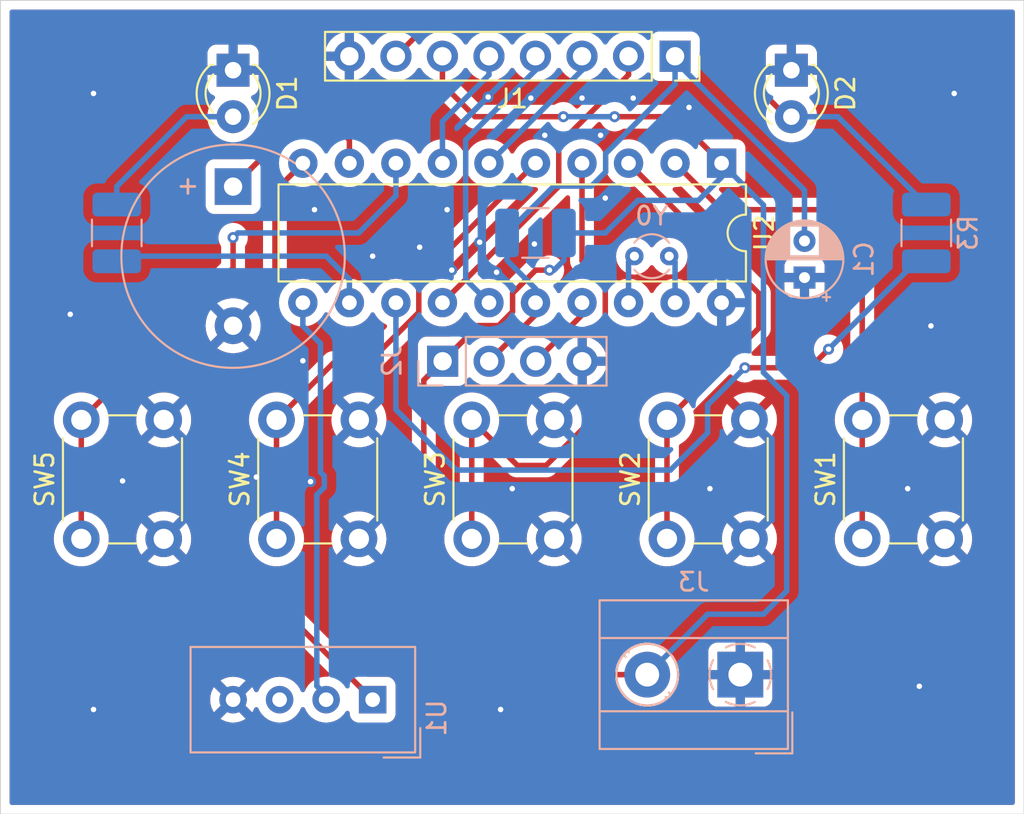
<source format=kicad_pcb>
(kicad_pcb (version 20221018) (generator pcbnew)
  (layers (0 "F.Cu" signal) (31 "B.Cu" signal) (34 "B.Paste" user) (35 "F.Paste" user) (36 "B.SilkS" user "B.Silkscreen") (37 "F.SilkS" user "F.Silkscreen") (38 "B.Mask" user) (39 "F.Mask" user) (44 "Edge.Cuts" user))
  (net 0 "")
  (net 1 "Net-(BZ1--)")
  (net 2 "-BATT")
  (net 3 "RST")
  (net 4 "Net-(D1-A)")
  (net 5 "LIGHT")
  (net 6 "CE")
  (net 7 "DC")
  (net 8 "DIN")
  (net 9 "CLK")
  (net 10 "+BATT")
  (net 11 "Net-(J2-Pin_3)")
  (net 12 "Net-(U2-P2.4{slash}TA1.2)")
  (net 13 "Net-(U2-P2.5{slash}TA1.2)")
  (net 14 "Net-(U2-TA0CLK{slash}ACLK{slash}CA0{slash}A0{slash}P1.0)")
  (net 15 "Net-(U2-UCA0RXD{slash}UCA0SOMI{slash}TA0.0{slash}CA1{slash}A1{slash}P1.1)")
  (net 16 "Net-(U2-UCA0TXD{slash}UCA0SIMO{slash}TA0.1{slash}CA2{slash}A2{slash}P1.2)")
  (net 17 "Net-(U2-CAOUT{slash}VREF-{slash}VeREF-{slash}CA3{slash}A3{slash}P1.3)")
  (net 18 "P2.0")
  (net 19 "P2.2")
  (net 20 "P2.3")
  (net 22 "Net-(U2-P2.7{slash}XOUT)")
  (net 23 "Net-(U2-P2.6{slash}XIN{slash}TA0.1)")
  (footprint "Button_Switch_THT:SW_PUSH_6mm" (layer "F.Cu") (at 160.8492 104.342 90)
    (fp_text reference "SW2" (at 3.25 -2 90) (layer "F.SilkS"))
    (fp_text value "SW_Push")
    (fp_line (start -0.25 1.5) (end -0.25 3) (stroke (width 0.12)) (layer "F.SilkS"))
    (fp_line (start 1 5.5) (end 5.5 5.5) (stroke (width 0.12)) (layer "F.SilkS"))
    (fp_line (start 5.5 -1) (end 1 -1) (stroke (width 0.12)) (layer "F.SilkS"))
    (fp_line (start 6.75 3) (end 6.75 1.5) (stroke (width 0.12)) (layer "F.SilkS"))
    (pad "1" thru_hole circle (at 0 0 180) (size 2 2) (drill 1.1) (layers "*.Cu" "*.Mask") (net 15 "Net-(U2-UCA0RXD{slash}UCA0SOMI{slash}TA0.0{slash}CA1{slash}A1{slash}P1.1)"))
    (pad "1" thru_hole circle (at 6.5 0 180) (size 2 2) (drill 1.1) (layers "*.Cu" "*.Mask") (net 15 "Net-(U2-UCA0RXD{slash}UCA0SOMI{slash}TA0.0{slash}CA1{slash}A1{slash}P1.1)"))
    (pad "2" thru_hole circle (at 0 4.5 180) (size 2 2) (drill 1.1) (layers "*.Cu" "*.Mask") (net 2 "-BATT"))
    (pad "2" thru_hole circle (at 6.5 4.5 180) (size 2 2) (drill 1.1) (layers "*.Cu" "*.Mask") (net 2 "-BATT"))
  )
  (footprint "Button_Switch_THT:SW_PUSH_6mm" (layer "F.Cu") (at 171.5082 104.342 90)
    (fp_text reference "SW1" (at 3.25 -2 90) (layer "F.SilkS"))
    (fp_text value "SW_Push")
    (fp_line (start -0.25 1.5) (end -0.25 3) (stroke (width 0.12)) (layer "F.SilkS"))
    (fp_line (start 1 5.5) (end 5.5 5.5) (stroke (width 0.12)) (layer "F.SilkS"))
    (fp_line (start 5.5 -1) (end 1 -1) (stroke (width 0.12)) (layer "F.SilkS"))
    (fp_line (start 6.75 3) (end 6.75 1.5) (stroke (width 0.12)) (layer "F.SilkS"))
    (pad "1" thru_hole circle (at 0 0 180) (size 2 2) (drill 1.1) (layers "*.Cu" "*.Mask") (net 14 "Net-(U2-TA0CLK{slash}ACLK{slash}CA0{slash}A0{slash}P1.0)"))
    (pad "1" thru_hole circle (at 6.5 0 180) (size 2 2) (drill 1.1) (layers "*.Cu" "*.Mask") (net 14 "Net-(U2-TA0CLK{slash}ACLK{slash}CA0{slash}A0{slash}P1.0)"))
    (pad "2" thru_hole circle (at 0 4.5 180) (size 2 2) (drill 1.1) (layers "*.Cu" "*.Mask") (net 2 "-BATT"))
    (pad "2" thru_hole circle (at 6.5 4.5 180) (size 2 2) (drill 1.1) (layers "*.Cu" "*.Mask") (net 2 "-BATT"))
  )
  (footprint "LED_THT:LED_D3.0mm" (layer "F.Cu") (at 167.64 78.74 -90)
    (fp_text reference "D2" (at 1.27 -2.96 90) (layer "F.SilkS"))
    (fp_text value "LED")
    (fp_line (start -0.29 -1.236) (end -0.29 -1.08) (stroke (width 0.12)) (layer "F.SilkS"))
    (fp_line (start -0.29 1.08) (end -0.29 1.236) (stroke (width 0.12)) (layer "F.SilkS"))
    (fp_arc (start -0.29 -1.235516) (mid 1.366487 -1.987659) (end 2.942335 -1.078608) (stroke (width 0.12)) (layer "F.SilkS"))
    (fp_arc (start 0.229039 -1.08) (mid 1.270117 -1.5) (end 2.31113 -1.079837) (stroke (width 0.12)) (layer "F.SilkS"))
    (fp_arc (start 2.31113 1.079837) (mid 1.270117 1.5) (end 0.229039 1.08) (stroke (width 0.12)) (layer "F.SilkS"))
    (fp_arc (start 2.942335 1.078608) (mid 1.366487 1.987659) (end -0.29 1.235516) (stroke (width 0.12)) (layer "F.SilkS"))
    (pad "1" thru_hole rect (at 0 0 270) (size 1.8 1.8) (drill 0.9) (layers "*.Cu" "*.Mask") (net 2 "-BATT"))
    (pad "2" thru_hole circle (at 2.54 0 270) (size 1.8 1.8) (drill 0.9) (layers "*.Cu" "*.Mask") (net 5 "LIGHT"))
  )
  (footprint "Connector_PinSocket_2.54mm:PinSocket_1x08_P2.54mm_Vertical" (layer "F.Cu") (at 161.29 77.978 -90)
    (fp_text reference "J1" (at 2.321571 8.89) (layer "F.SilkS"))
    (fp_text value "Conn01x08")
    (fp_line (start -1.33 1.27) (end -1.33 19.11) (stroke (width 0.12)) (layer "F.SilkS"))
    (fp_line (start -1.33 1.27) (end 1.33 1.27) (stroke (width 0.12)) (layer "F.SilkS"))
    (fp_line (start -1.33 19.11) (end 1.33 19.11) (stroke (width 0.12)) (layer "F.SilkS"))
    (fp_line (start 0 -1.33) (end 1.33 -1.33) (stroke (width 0.12)) (layer "F.SilkS"))
    (fp_line (start 1.33 -1.33) (end 1.33 0) (stroke (width 0.12)) (layer "F.SilkS"))
    (fp_line (start 1.33 1.27) (end 1.33 19.11) (stroke (width 0.12)) (layer "F.SilkS"))
    (pad "1" thru_hole rect (at 0 0 270) (size 1.7 1.7) (drill 1) (layers "*.Cu" "*.Mask") (net 3 "RST"))
    (pad "2" thru_hole oval (at 0 2.54 270) (size 1.7 1.7) (drill 1) (layers "*.Cu" "*.Mask") (net 6 "CE"))
    (pad "3" thru_hole oval (at 0 5.08 270) (size 1.7 1.7) (drill 1) (layers "*.Cu" "*.Mask") (net 7 "DC"))
    (pad "4" thru_hole oval (at 0 7.62 270) (size 1.7 1.7) (drill 1) (layers "*.Cu" "*.Mask") (net 8 "DIN"))
    (pad "5" thru_hole oval (at 0 10.16 270) (size 1.7 1.7) (drill 1) (layers "*.Cu" "*.Mask") (net 9 "CLK"))
    (pad "6" thru_hole oval (at 0 12.7 270) (size 1.7 1.7) (drill 1) (layers "*.Cu" "*.Mask") (net 10 "+BATT"))
    (pad "7" thru_hole oval (at 0 15.24 270) (size 1.7 1.7) (drill 1) (layers "*.Cu" "*.Mask") (net 5 "LIGHT"))
    (pad "8" thru_hole oval (at 0 17.78 270) (size 1.7 1.7) (drill 1) (layers "*.Cu" "*.Mask") (net 2 "-BATT"))
  )
  (footprint "Button_Switch_THT:SW_PUSH_6mm" (layer "F.Cu") (at 139.5312 104.342 90)
    (fp_text reference "SW4" (at 3.25 -2 90) (layer "F.SilkS"))
    (fp_text value "SW_Push")
    (fp_line (start -0.25 1.5) (end -0.25 3) (stroke (width 0.12)) (layer "F.SilkS"))
    (fp_line (start 1 5.5) (end 5.5 5.5) (stroke (width 0.12)) (layer "F.SilkS"))
    (fp_line (start 5.5 -1) (end 1 -1) (stroke (width 0.12)) (layer "F.SilkS"))
    (fp_line (start 6.75 3) (end 6.75 1.5) (stroke (width 0.12)) (layer "F.SilkS"))
    (pad "1" thru_hole circle (at 0 0 180) (size 2 2) (drill 1.1) (layers "*.Cu" "*.Mask") (net 17 "Net-(U2-CAOUT{slash}VREF-{slash}VeREF-{slash}CA3{slash}A3{slash}P1.3)"))
    (pad "1" thru_hole circle (at 6.5 0 180) (size 2 2) (drill 1.1) (layers "*.Cu" "*.Mask") (net 17 "Net-(U2-CAOUT{slash}VREF-{slash}VeREF-{slash}CA3{slash}A3{slash}P1.3)"))
    (pad "2" thru_hole circle (at 0 4.5 180) (size 2 2) (drill 1.1) (layers "*.Cu" "*.Mask") (net 2 "-BATT"))
    (pad "2" thru_hole circle (at 6.5 4.5 180) (size 2 2) (drill 1.1) (layers "*.Cu" "*.Mask") (net 2 "-BATT"))
  )
  (footprint "Button_Switch_THT:SW_PUSH_6mm" (layer "F.Cu") (at 128.8722 104.342 90)
    (fp_text reference "SW5" (at 3.25 -2 90) (layer "F.SilkS"))
    (fp_text value "SW_Push")
    (fp_line (start -0.25 1.5) (end -0.25 3) (stroke (width 0.12)) (layer "F.SilkS"))
    (fp_line (start 1 5.5) (end 5.5 5.5) (stroke (width 0.12)) (layer "F.SilkS"))
    (fp_line (start 5.5 -1) (end 1 -1) (stroke (width 0.12)) (layer "F.SilkS"))
    (fp_line (start 6.75 3) (end 6.75 1.5) (stroke (width 0.12)) (layer "F.SilkS"))
    (pad "1" thru_hole circle (at 0 0 180) (size 2 2) (drill 1.1) (layers "*.Cu" "*.Mask") (net 18 "P2.0"))
    (pad "1" thru_hole circle (at 6.5 0 180) (size 2 2) (drill 1.1) (layers "*.Cu" "*.Mask") (net 18 "P2.0"))
    (pad "2" thru_hole circle (at 0 4.5 180) (size 2 2) (drill 1.1) (layers "*.Cu" "*.Mask") (net 2 "-BATT"))
    (pad "2" thru_hole circle (at 6.5 4.5 180) (size 2 2) (drill 1.1) (layers "*.Cu" "*.Mask") (net 2 "-BATT"))
  )
  (footprint "LED_THT:LED_D3.0mm" (layer "F.Cu") (at 137.16 78.74 -90)
    (fp_text reference "D1" (at 1.27 -2.96 90) (layer "F.SilkS"))
    (fp_text value "LED")
    (fp_line (start -0.29 -1.236) (end -0.29 -1.08) (stroke (width 0.12)) (layer "F.SilkS"))
    (fp_line (start -0.29 1.08) (end -0.29 1.236) (stroke (width 0.12)) (layer "F.SilkS"))
    (fp_arc (start -0.29 -1.235516) (mid 1.366487 -1.987659) (end 2.942335 -1.078608) (stroke (width 0.12)) (layer "F.SilkS"))
    (fp_arc (start 0.229039 -1.08) (mid 1.270117 -1.5) (end 2.31113 -1.079837) (stroke (width 0.12)) (layer "F.SilkS"))
    (fp_arc (start 2.31113 1.079837) (mid 1.270117 1.5) (end 0.229039 1.08) (stroke (width 0.12)) (layer "F.SilkS"))
    (fp_arc (start 2.942335 1.078608) (mid 1.366487 1.987659) (end -0.29 1.235516) (stroke (width 0.12)) (layer "F.SilkS"))
    (pad "1" thru_hole rect (at 0 0 270) (size 1.8 1.8) (drill 0.9) (layers "*.Cu" "*.Mask") (net 2 "-BATT"))
    (pad "2" thru_hole circle (at 2.54 0 270) (size 1.8 1.8) (drill 0.9) (layers "*.Cu" "*.Mask") (net 4 "Net-(D1-A)"))
  )
  (footprint "Button_Switch_THT:SW_PUSH_6mm" (layer "F.Cu") (at 150.1902 104.342 90)
    (fp_text reference "SW3" (at 3.25 -2 90) (layer "F.SilkS"))
    (fp_text value "SW_Push")
    (fp_line (start -0.25 1.5) (end -0.25 3) (stroke (width 0.12)) (layer "F.SilkS"))
    (fp_line (start 1 5.5) (end 5.5 5.5) (stroke (width 0.12)) (layer "F.SilkS"))
    (fp_line (start 5.5 -1) (end 1 -1) (stroke (width 0.12)) (layer "F.SilkS"))
    (fp_line (start 6.75 3) (end 6.75 1.5) (stroke (width 0.12)) (layer "F.SilkS"))
    (pad "1" thru_hole circle (at 0 0 180) (size 2 2) (drill 1.1) (layers "*.Cu" "*.Mask") (net 16 "Net-(U2-UCA0TXD{slash}UCA0SIMO{slash}TA0.1{slash}CA2{slash}A2{slash}P1.2)"))
    (pad "1" thru_hole circle (at 6.5 0 180) (size 2 2) (drill 1.1) (layers "*.Cu" "*.Mask") (net 16 "Net-(U2-UCA0TXD{slash}UCA0SIMO{slash}TA0.1{slash}CA2{slash}A2{slash}P1.2)"))
    (pad "2" thru_hole circle (at 0 4.5 180) (size 2 2) (drill 1.1) (layers "*.Cu" "*.Mask") (net 2 "-BATT"))
    (pad "2" thru_hole circle (at 6.5 4.5 180) (size 2 2) (drill 1.1) (layers "*.Cu" "*.Mask") (net 2 "-BATT"))
  )
  (footprint "Package_DIP:DIP-20_W7.62mm" (layer "F.Cu") (at 163.83 83.82 -90)
    (fp_text reference "U2" (at 3.81 -2.33 90) (layer "F.SilkS"))
    (fp_text value "MSP430G2553IN20")
    (fp_line (start 1.16 -1.33) (end 1.16 24.19) (stroke (width 0.12)) (layer "F.SilkS"))
    (fp_line (start 1.16 24.19) (end 6.46 24.19) (stroke (width 0.12)) (layer "F.SilkS"))
    (fp_line (start 2.81 -1.33) (end 1.16 -1.33) (stroke (width 0.12)) (layer "F.SilkS"))
    (fp_line (start 6.46 -1.33) (end 4.81 -1.33) (stroke (width 0.12)) (layer "F.SilkS"))
    (fp_line (start 6.46 24.19) (end 6.46 -1.33) (stroke (width 0.12)) (layer "F.SilkS"))
    (fp_arc (start 4.81 -1.33) (mid 3.81 -0.33) (end 2.81 -1.33) (stroke (width 0.12)) (layer "F.SilkS"))
    (pad "1" thru_hole rect (at 0 0 270) (size 1.6 1.6) (drill 0.8) (layers "*.Cu" "*.Mask") (net 10 "+BATT"))
    (pad "2" thru_hole oval (at 0 2.54 270) (size 1.6 1.6) (drill 0.8) (layers "*.Cu" "*.Mask") (net 14 "Net-(U2-TA0CLK{slash}ACLK{slash}CA0{slash}A0{slash}P1.0)"))
    (pad "3" thru_hole oval (at 0 5.08 270) (size 1.6 1.6) (drill 0.8) (layers "*.Cu" "*.Mask") (net 15 "Net-(U2-UCA0RXD{slash}UCA0SOMI{slash}TA0.0{slash}CA1{slash}A1{slash}P1.1)"))
    (pad "4" thru_hole oval (at 0 7.62 270) (size 1.6 1.6) (drill 0.8) (layers "*.Cu" "*.Mask") (net 16 "Net-(U2-UCA0TXD{slash}UCA0SIMO{slash}TA0.1{slash}CA2{slash}A2{slash}P1.2)"))
    (pad "5" thru_hole oval (at 0 10.16 270) (size 1.6 1.6) (drill 0.8) (layers "*.Cu" "*.Mask") (net 17 "Net-(U2-CAOUT{slash}VREF-{slash}VeREF-{slash}CA3{slash}A3{slash}P1.3)"))
    (pad "6" thru_hole oval (at 0 12.7 270) (size 1.6 1.6) (drill 0.8) (layers "*.Cu" "*.Mask") (net 7 "DC"))
    (pad "7" thru_hole oval (at 0 15.24 270) (size 1.6 1.6) (drill 0.8) (layers "*.Cu" "*.Mask") (net 9 "CLK"))
    (pad "8" thru_hole oval (at 0 17.78 270) (size 1.6 1.6) (drill 0.8) (layers "*.Cu" "*.Mask") (net 18 "P2.0"))
    (pad "9" thru_hole oval (at 0 20.32 270) (size 1.6 1.6) (drill 0.8) (layers "*.Cu" "*.Mask") (net 1 "Net-(BZ1--)"))
    (pad "10" thru_hole oval (at 0 22.86 270) (size 1.6 1.6) (drill 0.8) (layers "*.Cu" "*.Mask") (net 19 "P2.2"))
    (pad "11" thru_hole oval (at 7.62 22.86 270) (size 1.6 1.6) (drill 0.8) (layers "*.Cu" "*.Mask") (net 20 "P2.3"))
    (pad "12" thru_hole oval (at 7.62 20.32 270) (size 1.6 1.6) (drill 0.8) (layers "*.Cu" "*.Mask") (net 12 "Net-(U2-P2.4{slash}TA1.2)"))
    (pad "13" thru_hole oval (at 7.62 17.78 270) (size 1.6 1.6) (drill 0.8) (layers "*.Cu" "*.Mask") (net 13 "Net-(U2-P2.5{slash}TA1.2)"))
    (pad "14" thru_hole oval (at 7.62 15.24 270) (size 1.6 1.6) (drill 0.8) (layers "*.Cu" "*.Mask") (net 6 "CE"))
    (pad "15" thru_hole oval (at 7.62 12.7 270) (size 1.6 1.6) (drill 0.8) (layers "*.Cu" "*.Mask") (net 8 "DIN"))
    (pad "16" thru_hole oval (at 7.62 10.16 270) (size 1.6 1.6) (drill 0.8) (layers "*.Cu" "*.Mask") (net 3 "RST"))
    (pad "17" thru_hole oval (at 7.62 7.62 270) (size 1.6 1.6) (drill 0.8) (layers "*.Cu" "*.Mask") (net 11 "Net-(J2-Pin_3)"))
    (pad "18" thru_hole oval (at 7.62 5.08 270) (size 1.6 1.6) (drill 0.8) (layers "*.Cu" "*.Mask") (net 22 "Net-(U2-P2.7{slash}XOUT)"))
    (pad "19" thru_hole oval (at 7.62 2.54 270) (size 1.6 1.6) (drill 0.8) (layers "*.Cu" "*.Mask") (net 23 "Net-(U2-P2.6{slash}XIN{slash}TA0.1)"))
    (pad "20" thru_hole oval (at 7.62 0 270) (size 1.6 1.6) (drill 0.8) (layers "*.Cu" "*.Mask") (net 2 "-BATT"))
  )
  (footprint "TerminalBlock_MetzConnect:TerminalBlock_MetzConnect_Type101_RT01602HBWC_1x02_P5.08mm_Horizontal" (layer "B.Cu") (at 164.851 111.76 180)
    (fp_text reference "J3" (at 2.54 5.06) (layer "B.SilkS") (effects (justify mirror)))
    (fp_text value "Screw_Terminal_01x02")
    (fp_line (start -2.84 -4.3) (end -0.84 -4.3) (stroke (width 0.12)) (layer "B.SilkS"))
    (fp_line (start -2.84 -2.06) (end -2.84 -4.3) (stroke (width 0.12)) (layer "B.SilkS"))
    (fp_line (start -2.6 -4.06) (end 7.68 -4.06) (stroke (width 0.12)) (layer "B.SilkS"))
    (fp_line (start -2.6 -2) (end 7.68 -2) (stroke (width 0.12)) (layer "B.SilkS"))
    (fp_line (start -2.6 2) (end 7.68 2) (stroke (width 0.12)) (layer "B.SilkS"))
    (fp_line (start -2.6 4.06) (end -2.6 -4.06) (stroke (width 0.12)) (layer "B.SilkS"))
    (fp_line (start -2.6 4.06) (end 7.68 4.06) (stroke (width 0.12)) (layer "B.SilkS"))
    (fp_line (start 3.9 -0.976) (end 3.806 -1.069) (stroke (width 0.12)) (layer "B.SilkS"))
    (fp_line (start 4.07 -1.216) (end 4.011 -1.274) (stroke (width 0.12)) (layer "B.SilkS"))
    (fp_line (start 6.15 1.275) (end 6.091 1.216) (stroke (width 0.12)) (layer "B.SilkS"))
    (fp_line (start 6.355 1.069) (end 6.261 0.976) (stroke (width 0.12)) (layer "B.SilkS"))
    (fp_line (start 7.68 4.06) (end 7.68 -4.06) (stroke (width 0.12)) (layer "B.SilkS"))
    (fp_arc (start -1.484 0.789) (mid -1.680708 -0.00005) (end -1.483953 -0.789089) (stroke (width 0.12)) (layer "B.SilkS"))
    (fp_arc (start -0.789 -1.484) (mid -0.392304 -1.634281) (end 0.029383 -1.68045) (stroke (width 0.12)) (layer "B.SilkS"))
    (fp_arc (start 0 -1.68) (mid 0.406429 -1.630097) (end 0.788712 -1.483352) (stroke (width 0.12)) (layer "B.SilkS"))
    (fp_arc (start 0.789 1.484) (mid -0.00005 1.680708) (end -0.789089 1.483953) (stroke (width 0.12)) (layer "B.SilkS"))
    (fp_arc (start 1.484 -0.789) (mid 1.680707 0.00005) (end 1.483953 0.789089) (stroke (width 0.12)) (layer "B.SilkS"))
    (fp_circle (center 5.08 0) (end 6.76 0) (stroke (width 0.12)) (fill none) (layer "B.SilkS"))
    (pad "1" thru_hole rect (at 0 0 180) (size 2.5 2.5) (drill 1.3) (layers "*.Cu" "*.Mask") (net 2 "-BATT"))
    (pad "2" thru_hole circle (at 5.08 0 180) (size 2.5 2.5) (drill 1.3) (layers "*.Cu" "*.Mask") (net 10 "+BATT"))
  )
  (footprint "Resistor_SMD:R_1210_3225Metric_Pad1.30x2.65mm_HandSolder" (layer "B.Cu") (at 175.006 87.63 90)
    (fp_text reference "R3" (at 0 2.28 90) (layer "B.SilkS") (effects (justify mirror)))
    (fp_text value "R")
    (fp_line (start -0.723737 -1.355) (end 0.723737 -1.355) (stroke (width 0.12)) (layer "B.SilkS"))
    (fp_line (start -0.723737 1.355) (end 0.723737 1.355) (stroke (width 0.12)) (layer "B.SilkS"))
    (pad "1" smd roundrect (at -1.55 0 90) (size 1.3 2.65) (layers "B.Cu" "B.Paste" "B.Mask") (roundrect_rratio 0.192308) (net 13 "Net-(U2-P2.5{slash}TA1.2)"))
    (pad "2" smd roundrect (at 1.55 0 90) (size 1.3 2.65) (layers "B.Cu" "B.Paste" "B.Mask") (roundrect_rratio 0.192308) (net 5 "LIGHT"))
  )
  (footprint "Buzzer_Beeper:Buzzer_12x9.5RM7.6" (layer "B.Cu") (at 137.16 85.1 -90)
    (fp_text reference "BZ1" hide)
    (fp_text value "Buzzer")
    (fp_text user "+" (at -0.01 2.54 -270) (layer "B.SilkS") (effects (justify mirror)))
    (fp_circle (center 3.8 0) (end 9.9 0) (stroke (width 0.12)) (fill none) (layer "B.SilkS"))
    (pad "1" thru_hole rect (at 0 0 270) (size 2 2) (drill 1) (layers "*.Cu" "*.Mask") (net 1 "Net-(BZ1--)"))
    (pad "2" thru_hole circle (at 7.6 0 270) (size 2 2) (drill 1) (layers "*.Cu" "*.Mask") (net 2 "-BATT"))
  )
  (footprint "Resistor_SMD:R_1210_3225Metric_Pad1.30x2.65mm_HandSolder" (layer "B.Cu") (at 130.81 87.63 -90)
    (fp_text reference "R2" hide)
    (fp_text value "R" hide)
    (fp_line (start -0.723737 -1.355) (end 0.723737 -1.355) (stroke (width 0.12)) (layer "B.SilkS"))
    (fp_line (start -0.723737 1.355) (end 0.723737 1.355) (stroke (width 0.12)) (layer "B.SilkS"))
    (pad "1" smd roundrect (at -1.55 0 270) (size 1.3 2.65) (layers "B.Cu" "B.Paste" "B.Mask") (roundrect_rratio 0.192308) (net 4 "Net-(D1-A)"))
    (pad "2" smd roundrect (at 1.55 0 270) (size 1.3 2.65) (layers "B.Cu" "B.Paste" "B.Mask") (roundrect_rratio 0.192308) (net 12 "Net-(U2-P2.4{slash}TA1.2)"))
  )
  (footprint "Capacitor_THT:CP_Radial_D4.0mm_P2.00mm" (layer "B.Cu") (at 168.356802 90.068894 90)
    (fp_text reference "C1" (at 1 3.25 90) (layer "B.SilkS") (effects (justify mirror)))
    (fp_text value "C")
    (fp_line (start -1.269801 1.195) (end -0.869801 1.195) (stroke (width 0.12)) (layer "B.SilkS"))
    (fp_line (start -1.069801 1.395) (end -1.069801 0.995) (stroke (width 0.12)) (layer "B.SilkS"))
    (fp_line (start 1 2.08) (end 1 -2.08) (stroke (width 0.12)) (layer "B.SilkS"))
    (fp_line (start 1.04 2.08) (end 1.04 -2.08) (stroke (width 0.12)) (layer "B.SilkS"))
    (fp_line (start 1.08 2.079) (end 1.08 -2.079) (stroke (width 0.12)) (layer "B.SilkS"))
    (fp_line (start 1.12 2.077) (end 1.12 -2.077) (stroke (width 0.12)) (layer "B.SilkS"))
    (fp_line (start 1.16 2.074) (end 1.16 -2.074) (stroke (width 0.12)) (layer "B.SilkS"))
    (fp_line (start 1.2 -0.84) (end 1.2 -2.071) (stroke (width 0.12)) (layer "B.SilkS"))
    (fp_line (start 1.2 2.071) (end 1.2 0.84) (stroke (width 0.12)) (layer "B.SilkS"))
    (fp_line (start 1.24 -0.84) (end 1.24 -2.067) (stroke (width 0.12)) (layer "B.SilkS"))
    (fp_line (start 1.24 2.067) (end 1.24 0.84) (stroke (width 0.12)) (layer "B.SilkS"))
    (fp_line (start 1.28 -0.84) (end 1.28 -2.062) (stroke (width 0.12)) (layer "B.SilkS"))
    (fp_line (start 1.28 2.062) (end 1.28 0.84) (stroke (width 0.12)) (layer "B.SilkS"))
    (fp_line (start 1.32 -0.84) (end 1.32 -2.056) (stroke (width 0.12)) (layer "B.SilkS"))
    (fp_line (start 1.32 2.056) (end 1.32 0.84) (stroke (width 0.12)) (layer "B.SilkS"))
    (fp_line (start 1.36 -0.84) (end 1.36 -2.05) (stroke (width 0.12)) (layer "B.SilkS"))
    (fp_line (start 1.36 2.05) (end 1.36 0.84) (stroke (width 0.12)) (layer "B.SilkS"))
    (fp_line (start 1.4 -0.84) (end 1.4 -2.042) (stroke (width 0.12)) (layer "B.SilkS"))
    (fp_line (start 1.4 2.042) (end 1.4 0.84) (stroke (width 0.12)) (layer "B.SilkS"))
    (fp_line (start 1.44 -0.84) (end 1.44 -2.034) (stroke (width 0.12)) (layer "B.SilkS"))
    (fp_line (start 1.44 2.034) (end 1.44 0.84) (stroke (width 0.12)) (layer "B.SilkS"))
    (fp_line (start 1.48 -0.84) (end 1.48 -2.025) (stroke (width 0.12)) (layer "B.SilkS"))
    (fp_line (start 1.48 2.025) (end 1.48 0.84) (stroke (width 0.12)) (layer "B.SilkS"))
    (fp_line (start 1.52 -0.84) (end 1.52 -2.016) (stroke (width 0.12)) (layer "B.SilkS"))
    (fp_line (start 1.52 2.016) (end 1.52 0.84) (stroke (width 0.12)) (layer "B.SilkS"))
    (fp_line (start 1.56 -0.84) (end 1.56 -2.005) (stroke (width 0.12)) (layer "B.SilkS"))
    (fp_line (start 1.56 2.005) (end 1.56 0.84) (stroke (width 0.12)) (layer "B.SilkS"))
    (fp_line (start 1.6 -0.84) (end 1.6 -1.994) (stroke (width 0.12)) (layer "B.SilkS"))
    (fp_line (start 1.6 1.994) (end 1.6 0.84) (stroke (width 0.12)) (layer "B.SilkS"))
    (fp_line (start 1.64 -0.84) (end 1.64 -1.982) (stroke (width 0.12)) (layer "B.SilkS"))
    (fp_line (start 1.64 1.982) (end 1.64 0.84) (stroke (width 0.12)) (layer "B.SilkS"))
    (fp_line (start 1.68 -0.84) (end 1.68 -1.968) (stroke (width 0.12)) (layer "B.SilkS"))
    (fp_line (start 1.68 1.968) (end 1.68 0.84) (stroke (width 0.12)) (layer "B.SilkS"))
    (fp_line (start 1.721 -0.84) (end 1.721 -1.954) (stroke (width 0.12)) (layer "B.SilkS"))
    (fp_line (start 1.721 1.954) (end 1.721 0.84) (stroke (width 0.12)) (layer "B.SilkS"))
    (fp_line (start 1.761 -0.84) (end 1.761 -1.94) (stroke (width 0.12)) (layer "B.SilkS"))
    (fp_line (start 1.761 1.94) (end 1.761 0.84) (stroke (width 0.12)) (layer "B.SilkS"))
    (fp_line (start 1.801 -0.84) (end 1.801 -1.924) (stroke (width 0.12)) (layer "B.SilkS"))
    (fp_line (start 1.801 1.924) (end 1.801 0.84) (stroke (width 0.12)) (layer "B.SilkS"))
    (fp_line (start 1.841 -0.84) (end 1.841 -1.907) (stroke (width 0.12)) (layer "B.SilkS"))
    (fp_line (start 1.841 1.907) (end 1.841 0.84) (stroke (width 0.12)) (layer "B.SilkS"))
    (fp_line (start 1.881 -0.84) (end 1.881 -1.889) (stroke (width 0.12)) (layer "B.SilkS"))
    (fp_line (start 1.881 1.889) (end 1.881 0.84) (stroke (width 0.12)) (layer "B.SilkS"))
    (fp_line (start 1.921 -0.84) (end 1.921 -1.87) (stroke (width 0.12)) (layer "B.SilkS"))
    (fp_line (start 1.921 1.87) (end 1.921 0.84) (stroke (width 0.12)) (layer "B.SilkS"))
    (fp_line (start 1.961 -0.84) (end 1.961 -1.851) (stroke (width 0.12)) (layer "B.SilkS"))
    (fp_line (start 1.961 1.851) (end 1.961 0.84) (stroke (width 0.12)) (layer "B.SilkS"))
    (fp_line (start 2.001 -0.84) (end 2.001 -1.83) (stroke (width 0.12)) (layer "B.SilkS"))
    (fp_line (start 2.001 1.83) (end 2.001 0.84) (stroke (width 0.12)) (layer "B.SilkS"))
    (fp_line (start 2.041 -0.84) (end 2.041 -1.808) (stroke (width 0.12)) (layer "B.SilkS"))
    (fp_line (start 2.041 1.808) (end 2.041 0.84) (stroke (width 0.12)) (layer "B.SilkS"))
    (fp_line (start 2.081 -0.84) (end 2.081 -1.785) (stroke (width 0.12)) (layer "B.SilkS"))
    (fp_line (start 2.081 1.785) (end 2.081 0.84) (stroke (width 0.12)) (layer "B.SilkS"))
    (fp_line (start 2.121 -0.84) (end 2.121 -1.76) (stroke (width 0.12)) (layer "B.SilkS"))
    (fp_line (start 2.121 1.76) (end 2.121 0.84) (stroke (width 0.12)) (layer "B.SilkS"))
    (fp_line (start 2.161 -0.84) (end 2.161 -1.735) (stroke (width 0.12)) (layer "B.SilkS"))
    (fp_line (start 2.161 1.735) (end 2.161 0.84) (stroke (width 0.12)) (layer "B.SilkS"))
    (fp_line (start 2.201 -0.84) (end 2.201 -1.708) (stroke (width 0.12)) (layer "B.SilkS"))
    (fp_line (start 2.201 1.708) (end 2.201 0.84) (stroke (width 0.12)) (layer "B.SilkS"))
    (fp_line (start 2.241 -0.84) (end 2.241 -1.68) (stroke (width 0.12)) (layer "B.SilkS"))
    (fp_line (start 2.241 1.68) (end 2.241 0.84) (stroke (width 0.12)) (layer "B.SilkS"))
    (fp_line (start 2.281 -0.84) (end 2.281 -1.65) (stroke (width 0.12)) (layer "B.SilkS"))
    (fp_line (start 2.281 1.65) (end 2.281 0.84) (stroke (width 0.12)) (layer "B.SilkS"))
    (fp_line (start 2.321 -0.84) (end 2.321 -1.619) (stroke (width 0.12)) (layer "B.SilkS"))
    (fp_line (start 2.321 1.619) (end 2.321 0.84) (stroke (width 0.12)) (layer "B.SilkS"))
    (fp_line (start 2.361 -0.84) (end 2.361 -1.587) (stroke (width 0.12)) (layer "B.SilkS"))
    (fp_line (start 2.361 1.587) (end 2.361 0.84) (stroke (width 0.12)) (layer "B.SilkS"))
    (fp_line (start 2.401 -0.84) (end 2.401 -1.552) (stroke (width 0.12)) (layer "B.SilkS"))
    (fp_line (start 2.401 1.552) (end 2.401 0.84) (stroke (width 0.12)) (layer "B.SilkS"))
    (fp_line (start 2.441 -0.84) (end 2.441 -1.516) (stroke (width 0.12)) (layer "B.SilkS"))
    (fp_line (start 2.441 1.516) (end 2.441 0.84) (stroke (width 0.12)) (layer "B.SilkS"))
    (fp_line (start 2.481 -0.84) (end 2.481 -1.478) (stroke (width 0.12)) (layer "B.SilkS"))
    (fp_line (start 2.481 1.478) (end 2.481 0.84) (stroke (width 0.12)) (layer "B.SilkS"))
    (fp_line (start 2.521 -0.84) (end 2.521 -1.438) (stroke (width 0.12)) (layer "B.SilkS"))
    (fp_line (start 2.521 1.438) (end 2.521 0.84) (stroke (width 0.12)) (layer "B.SilkS"))
    (fp_line (start 2.561 -0.84) (end 2.561 -1.396) (stroke (width 0.12)) (layer "B.SilkS"))
    (fp_line (start 2.561 1.396) (end 2.561 0.84) (stroke (width 0.12)) (layer "B.SilkS"))
    (fp_line (start 2.601 -0.84) (end 2.601 -1.351) (stroke (width 0.12)) (layer "B.SilkS"))
    (fp_line (start 2.601 1.351) (end 2.601 0.84) (stroke (width 0.12)) (layer "B.SilkS"))
    (fp_line (start 2.641 -0.84) (end 2.641 -1.304) (stroke (width 0.12)) (layer "B.SilkS"))
    (fp_line (start 2.641 1.304) (end 2.641 0.84) (stroke (width 0.12)) (layer "B.SilkS"))
    (fp_line (start 2.681 -0.84) (end 2.681 -1.254) (stroke (width 0.12)) (layer "B.SilkS"))
    (fp_line (start 2.681 1.254) (end 2.681 0.84) (stroke (width 0.12)) (layer "B.SilkS"))
    (fp_line (start 2.721 -0.84) (end 2.721 -1.2) (stroke (width 0.12)) (layer "B.SilkS"))
    (fp_line (start 2.721 1.2) (end 2.721 0.84) (stroke (width 0.12)) (layer "B.SilkS"))
    (fp_line (start 2.761 -0.84) (end 2.761 -1.142) (stroke (width 0.12)) (layer "B.SilkS"))
    (fp_line (start 2.761 1.142) (end 2.761 0.84) (stroke (width 0.12)) (layer "B.SilkS"))
    (fp_line (start 2.801 -0.84) (end 2.801 -1.08) (stroke (width 0.12)) (layer "B.SilkS"))
    (fp_line (start 2.801 1.08) (end 2.801 0.84) (stroke (width 0.12)) (layer "B.SilkS"))
    (fp_line (start 2.841 1.013) (end 2.841 -1.013) (stroke (width 0.12)) (layer "B.SilkS"))
    (fp_line (start 2.881 0.94) (end 2.881 -0.94) (stroke (width 0.12)) (layer "B.SilkS"))
    (fp_line (start 2.921 0.859) (end 2.921 -0.859) (stroke (width 0.12)) (layer "B.SilkS"))
    (fp_line (start 2.961 0.768) (end 2.961 -0.768) (stroke (width 0.12)) (layer "B.SilkS"))
    (fp_line (start 3.001 0.664) (end 3.001 -0.664) (stroke (width 0.12)) (layer "B.SilkS"))
    (fp_line (start 3.041 0.537) (end 3.041 -0.537) (stroke (width 0.12)) (layer "B.SilkS"))
    (fp_line (start 3.081 0.37) (end 3.081 -0.37) (stroke (width 0.12)) (layer "B.SilkS"))
    (fp_circle (center 1 0) (end 3.12 0) (stroke (width 0.12)) (fill none) (layer "B.SilkS"))
    (pad "1" thru_hole rect (at 0 0 90) (size 1.2 1.2) (drill 0.6) (layers "*.Cu" "*.Mask") (net 2 "-BATT"))
    (pad "2" thru_hole circle (at 2 0 90) (size 1.2 1.2) (drill 0.6) (layers "*.Cu" "*.Mask") (net 3 "RST"))
  )
  (footprint "Sensor:Aosong_DHT11_5.5x12.0_P2.54mm" (layer "B.Cu") (at 144.78 113.1275 90)
    (fp_text reference "U1" (at -1 3.5 90) (layer "B.SilkS") (effects (justify mirror)))
    (fp_text value "DHT11")
    (fp_line (start -3.16 2.6) (end -3.16 0.6) (stroke (width 0.12)) (layer "B.SilkS"))
    (fp_line (start -3.16 2.6) (end -1.55 2.6) (stroke (width 0.12)) (layer "B.SilkS"))
    (fp_line (start -2.88 -9.94) (end -2.88 2.31) (stroke (width 0.12)) (layer "B.SilkS"))
    (fp_line (start -2.87 2.32) (end 2.87 2.32) (stroke (width 0.12)) (layer "B.SilkS"))
    (fp_line (start 2.88 -9.94) (end -2.88 -9.94) (stroke (width 0.12)) (layer "B.SilkS"))
    (fp_line (start 2.88 2.32) (end 2.88 -9.94) (stroke (width 0.12)) (layer "B.SilkS"))
    (pad "1" thru_hole rect (at 0 0 90) (size 1.5 1.5) (drill 0.8) (layers "*.Cu" "*.Mask") (net 19 "P2.2"))
    (pad "2" thru_hole circle (at 0 -2.54 90) (size 1.5 1.5) (drill 0.8) (layers "*.Cu" "*.Mask") (net 20 "P2.3"))
    (pad "3" thru_hole circle (at 0 -5.08 90) (size 1.5 1.5) (drill 0.8) (layers "*.Cu" "*.Mask"))
    (pad "4" thru_hole circle (at 0 -7.62 90) (size 1.5 1.5) (drill 0.8) (layers "*.Cu" "*.Mask") (net 2 "-BATT"))
  )
  (footprint "Resistor_SMD:R_1210_3225Metric_Pad1.30x2.65mm_HandSolder" (layer "B.Cu") (at 153.67 87.63 180)
    (fp_text reference "R1" hide)
    (fp_text value "47k" hide)
    (fp_line (start -0.723737 -1.355) (end 0.723737 -1.355) (stroke (width 0.12)) (layer "B.SilkS"))
    (fp_line (start -0.723737 1.355) (end 0.723737 1.355) (stroke (width 0.12)) (layer "B.SilkS"))
    (pad "1" smd roundrect (at -1.55 0 180) (size 1.3 2.65) (layers "B.Cu" "B.Paste" "B.Mask") (roundrect_rratio 0.192308) (net 10 "+BATT"))
    (pad "2" smd roundrect (at 1.55 0 180) (size 1.3 2.65) (layers "B.Cu" "B.Paste" "B.Mask") (roundrect_rratio 0.192308) (net 3 "RST"))
  )
  (footprint "Connector_PinSocket_2.54mm:PinSocket_1x04_P2.54mm_Vertical" (layer "B.Cu") (at 148.6 94.64 -90)
    (fp_text reference "J2" (at 0 2.77 90) (layer "B.SilkS") (effects (justify mirror)))
    (fp_text value "Conn_01x04")
    (fp_line (start -1.33 -8.95) (end 1.33 -8.95) (stroke (width 0.12)) (layer "B.SilkS"))
    (fp_line (start -1.33 -1.27) (end -1.33 -8.95) (stroke (width 0.12)) (layer "B.SilkS"))
    (fp_line (start -1.33 -1.27) (end 1.33 -1.27) (stroke (width 0.12)) (layer "B.SilkS"))
    (fp_line (start 0 1.33) (end 1.33 1.33) (stroke (width 0.12)) (layer "B.SilkS"))
    (fp_line (start 1.33 -1.27) (end 1.33 -8.95) (stroke (width 0.12)) (layer "B.SilkS"))
    (fp_line (start 1.33 1.33) (end 1.33 0) (stroke (width 0.12)) (layer "B.SilkS"))
    (pad "1" thru_hole rect (at 0 0 270) (size 1.7 1.7) (drill 1) (layers "*.Cu" "*.Mask") (net 10 "+BATT"))
    (pad "2" thru_hole oval (at 0 -2.54 270) (size 1.7 1.7) (drill 1) (layers "*.Cu" "*.Mask") (net 3 "RST"))
    (pad "3" thru_hole oval (at 0 -5.08 270) (size 1.7 1.7) (drill 1) (layers "*.Cu" "*.Mask") (net 11 "Net-(J2-Pin_3)"))
    (pad "4" thru_hole oval (at 0 -7.62 270) (size 1.7 1.7) (drill 1) (layers "*.Cu" "*.Mask") (net 2 "-BATT"))
  )
  (footprint "Crystal:Crystal_DS26_D2.0mm_L6.0mm_Vertical" (layer "B.Cu") (at 160.97 88.9 180)
    (fp_text reference "Y0" (at 0.95 2.2) (layer "B.SilkS") (effects (justify mirror)))
    (fp_text value "32kHz")
    (fp_arc (start 0 -0.733144) (mid 0.950178 -1.2) (end 1.900217 -0.732863) (stroke (width 0.12)) (layer "B.SilkS"))
    (fp_arc (start 1.900217 0.732863) (mid 0.950178 1.2) (end 0 0.733144) (stroke (width 0.12)) (layer "B.SilkS"))
    (pad "1" thru_hole circle (at 0 0 180) (size 1 1) (drill 0.5) (layers "*.Cu" "*.Mask") (net 23 "Net-(U2-P2.6{slash}XIN{slash}TA0.1)"))
    (pad "2" thru_hole circle (at 1.9 0 180) (size 1 1) (drill 0.5) (layers "*.Cu" "*.Mask") (net 22 "Net-(U2-P2.7{slash}XOUT)"))
  )
  (gr_rect (start 124.46 74.93) (end 180.34 119.38) (stroke (width 0.05)) (fill none) (layer "Edge.Cuts"))
  (segment (start 143.51 82.55) (end 143.51 83.82) (width 0.3) (layer "F.Cu") (net 1))
  (segment (start 142.875 81.915) (end 143.51 82.55) (width 0.3) (layer "F.Cu") (net 1))
  (segment (start 140.345 81.915) (end 142.875 81.915) (width 0.3) (layer "F.Cu") (net 1))
  (segment (start 137.16 85.1) (end 140.345 81.915) (width 0.3) (layer "F.Cu") (net 1))
  (via (at 151.765 113.665) (size 0.6) (drill 0.3) (layers "F.Cu" "B.Cu") (net 2))
  (via (at 157.48 85.725) (size 0.6) (drill 0.3) (layers "F.Cu" "B.Cu") (net 2))
  (via (at 144.78 88.9) (size 0.6) (drill 0.3) (layers "F.Cu" "B.Cu") (net 2))
  (via (at 147.345854 88.409434) (size 0.6) (drill 0.3) (layers "F.Cu" "B.Cu") (net 2))
  (via (at 149.098 89.662) (size 0.6) (drill 0.3) (layers "F.Cu" "B.Cu") (net 2))
  (via (at 153.610522 88.233209) (size 0.6) (drill 0.3) (layers "F.Cu" "B.Cu") (net 2))
  (via (at 138.43 100.965) (size 0.6) (drill 0.3) (layers "F.Cu" "B.Cu") (net 2))
  (via (at 173.99 101.6) (size 0.6) (drill 0.3) (layers "F.Cu" "B.Cu") (net 2))
  (via (at 129.54 80.01) (size 0.6) (drill 0.3) (layers "F.Cu" "B.Cu") (net 2))
  (via (at 140.97 94.615) (size 0.6) (drill 0.3) (layers "F.Cu" "B.Cu") (net 2))
  (via (at 148.844 86.36) (size 0.6) (drill 0.3) (layers "F.Cu" "B.Cu") (net 2))
  (via (at 141.389673 101.215612) (size 0.6) (drill 0.3) (layers "F.Cu" "B.Cu") (net 2))
  (via (at 176.53 80.01) (size 0.6) (drill 0.3) (layers "F.Cu" "B.Cu") (net 2))
  (via (at 159.004 80.264) (size 0.6) (drill 0.3) (layers "F.Cu" "B.Cu") (net 2))
  (via (at 151.084756 80.204137) (size 0.6) (drill 0.3) (layers "F.Cu" "B.Cu") (net 2))
  (via (at 141.605 86.36) (size 0.6) (drill 0.3) (layers "F.Cu" "B.Cu") (net 2))
  (via (at 131.12759 101.178021) (size 0.6) (drill 0.3) (layers "F.Cu" "B.Cu") (net 2))
  (via (at 163.195 101.6) (size 0.6) (drill 0.3) (layers "F.Cu" "B.Cu") (net 2))
  (via (at 150.622 88.138) (size 0.6) (drill 0.3) (layers "F.Cu" "B.Cu") (net 2))
  (via (at 151.544553 89.778731) (size 0.6) (drill 0.3) (layers "F.Cu" "B.Cu") (net 2))
  (via (at 128.27 92.075) (size 0.6) (drill 0.3) (layers "F.Cu" "B.Cu") (net 2))
  (via (at 154.178 82.296) (size 0.6) (drill 0.3) (layers "F.Cu" "B.Cu") (net 2))
  (via (at 153.416 80.264) (size 0.6) (drill 0.3) (layers "F.Cu" "B.Cu") (net 2))
  (via (at 152.4 101.6) (size 0.6) (drill 0.3) (layers "F.Cu" "B.Cu") (net 2))
  (via (at 175.26 92.71) (size 0.6) (drill 0.3) (layers "F.Cu" "B.Cu") (net 2))
  (via (at 157.226 82.296) (size 0.6) (drill 0.3) (layers "F.Cu" "B.Cu") (net 2))
  (via (at 156.21 80.264) (size 0.6) (drill 0.3) (layers "F.Cu" "B.Cu") (net 2))
  (via (at 174.625 112.395) (size 0.6) (drill 0.3) (layers "F.Cu" "B.Cu") (net 2))
  (via (at 162.052 80.772) (size 0.6) (drill 0.3) (layers "F.Cu" "B.Cu") (net 2))
  (via (at 129.54 113.665) (size 0.6) (drill 0.3) (layers "F.Cu" "B.Cu") (net 2))
  (segment (start 151.14 94.64) (end 153.67 92.11) (width 0.3) (layer "F.Cu") (net 3))
  (segment (start 153.67 92.11) (end 153.67 91.44) (width 0.3) (layer "F.Cu") (net 3))
  (segment (start 168.356802 85.298802) (end 161.29 78.232) (width 0.3) (layer "B.Cu") (net 3))
  (segment (start 157.5 84.297767) (end 157.5 83.292) (width 0.3) (layer "B.Cu") (net 3))
  (segment (start 153.67 91.44) (end 153.67 90.678) (width 0.3) (layer "B.Cu") (net 3))
  (segment (start 168.356802 88.068894) (end 168.356802 85.298802) (width 0.3) (layer "B.Cu") (net 3))
  (segment (start 154.68 85.07) (end 156.727767 85.07) (width 0.3) (layer "B.Cu") (net 3))
  (segment (start 152.12 89.128) (end 152.12 87.63) (width 0.3) (layer "B.Cu") (net 3))
  (segment (start 161.29 79.502) (end 161.29 77.978) (width 0.3) (layer "B.Cu") (net 3))
  (segment (start 157.5 83.292) (end 161.29 79.502) (width 0.3) (layer "B.Cu") (net 3))
  (segment (start 156.727767 85.07) (end 157.5 84.297767) (width 0.3) (layer "B.Cu") (net 3))
  (segment (start 153.67 92.11) (end 153.67 91.44) (width 0.3) (layer "B.Cu") (net 3))
  (segment (start 152.12 87.63) (end 154.68 85.07) (width 0.3) (layer "B.Cu") (net 3))
  (segment (start 153.67 90.678) (end 152.12 89.128) (width 0.3) (layer "B.Cu") (net 3))
  (segment (start 161.29 78.232) (end 161.29 77.978) (width 0.3) (layer "B.Cu") (net 3))
  (segment (start 137.16 81.28) (end 134.62 81.28) (width 0.3) (layer "B.Cu") (net 4))
  (segment (start 134.62 81.28) (end 130.81 85.09) (width 0.3) (layer "B.Cu") (net 4))
  (segment (start 130.81 85.09) (end 130.81 86.08) (width 0.3) (layer "B.Cu") (net 4))
  (segment (start 146.05 77.978) (end 147.574 76.454) (width 0.3) (layer "F.Cu") (net 5))
  (segment (start 167.386 81.28) (end 167.64 81.28) (width 0.3) (layer "F.Cu") (net 5))
  (segment (start 162.56 76.454) (end 167.386 81.28) (width 0.3) (layer "F.Cu") (net 5))
  (segment (start 147.574 76.454) (end 162.56 76.454) (width 0.3) (layer "F.Cu") (net 5))
  (segment (start 175.006 86.08) (end 174.98 86.08) (width 0.2) (layer "B.Cu") (net 5))
  (segment (start 174.98 86.08) (end 170.18 81.28) (width 0.3) (layer "B.Cu") (net 5))
  (segment (start 170.18 81.28) (end 167.64 81.28) (width 0.3) (layer "B.Cu") (net 5))
  (segment (start 154.94 85.09) (end 154.94 82.804) (width 0.3) (layer "F.Cu") (net 6))
  (segment (start 148.59 91.44) (end 154.94 85.09) (width 0.3) (layer "F.Cu") (net 6))
  (segment (start 154.94 82.804) (end 158.75 78.994) (width 0.3) (layer "F.Cu") (net 6))
  (segment (start 158.75 78.994) (end 158.75 77.978) (width 0.3) (layer "F.Cu") (net 6))
  (segment (start 156.21 78.74) (end 156.21 77.978) (width 0.3) (layer "B.Cu") (net 7))
  (segment (start 151.13 83.82) (end 156.21 78.74) (width 0.3) (layer "B.Cu") (net 7))
  (segment (start 149.86 90.17) (end 149.86 82.55) (width 0.3) (layer "B.Cu") (net 8))
  (segment (start 153.67 78.74) (end 153.67 77.978) (width 0.3) (layer "B.Cu") (net 8))
  (segment (start 149.86 82.55) (end 153.67 78.74) (width 0.3) (layer "B.Cu") (net 8))
  (segment (start 151.13 91.44) (end 149.86 90.17) (width 0.3) (layer "B.Cu") (net 8))
  (segment (start 148.59 81.534) (end 151.13 78.994) (width 0.3) (layer "B.Cu") (net 9))
  (segment (start 151.13 78.994) (end 151.13 77.978) (width 0.3) (layer "B.Cu") (net 9))
  (segment (start 148.59 83.82) (end 148.59 81.534) (width 0.3) (layer "B.Cu") (net 9))
  (segment (start 150.55 92.69) (end 151.658 92.69) (width 0.3) (layer "F.Cu") (net 10))
  (segment (start 159.771 111.76) (end 153.416 111.76) (width 0.3) (layer "F.Cu") (net 10))
  (segment (start 148.6 94.64) (end 150.55 92.69) (width 0.3) (layer "F.Cu") (net 10))
  (segment (start 153.680233 89.662) (end 154.432 89.662) (width 0.3) (layer "F.Cu") (net 10))
  (segment (start 152.42 91.928) (end 152.42 90.922233) (width 0.3) (layer "F.Cu") (net 10))
  (segment (start 154.432 89.662) (end 154.444 89.662) (width 0.3) (layer "F.Cu") (net 10))
  (segment (start 155.194 81.28) (end 150.368 81.28) (width 0.3) (layer "F.Cu") (net 10))
  (segment (start 151.658 92.69) (end 152.42 91.928) (width 0.3) (layer "F.Cu") (net 10))
  (segment (start 147.574 105.918) (end 147.574 95.666) (width 0.3) (layer "F.Cu") (net 10))
  (segment (start 161.29 81.28) (end 157.988 81.28) (width 0.3) (layer "F.Cu") (net 10))
  (segment (start 150.368 81.28) (end 148.59 79.502) (width 0.3) (layer "F.Cu") (net 10))
  (segment (start 152.42 90.922233) (end 153.680233 89.662) (width 0.3) (layer "F.Cu") (net 10))
  (segment (start 148.59 79.502) (end 148.59 77.978) (width 0.3) (layer "F.Cu") (net 10))
  (segment (start 153.416 111.76) (end 147.574 105.918) (width 0.4) (layer "F.Cu") (net 10))
  (segment (start 147.574 95.666) (end 148.6 94.64) (width 0.3) (layer "F.Cu") (net 10))
  (segment (start 163.83 83.82) (end 161.29 81.28) (width 0.3) (layer "F.Cu") (net 10))
  (via (at 154.432 89.662) (size 0.6) (drill 0.3) (layers "F.Cu" "B.Cu") (net 10))
  (via (at 157.988 81.28) (size 0.6) (drill 0.3) (layers "F.Cu" "B.Cu") (net 10))
  (via (at 155.194 81.28) (size 0.6) (drill 0.3) (layers "F.Cu" "B.Cu") (net 10))
  (segment (start 155.22 87.63) (end 157.48 87.63) (width 0.3) (layer "B.Cu") (net 10))
  (segment (start 154.432 89.662) (end 154.686 89.662) (width 0.3) (layer "B.Cu") (net 10))
  (segment (start 163.83 83.82) (end 166.116 86.106) (width 0.3) (layer "B.Cu") (net 10))
  (segment (start 167.386 107.188) (end 166.116 108.458) (width 0.3) (layer "B.Cu") (net 10))
  (segment (start 157.48 87.63) (end 159.258 85.852) (width 0.3) (layer "B.Cu") (net 10))
  (segment (start 166.116 95.25) (end 167.386 96.52) (width 0.3) (layer "B.Cu") (net 10))
  (segment (start 159.258 85.852) (end 162.56 85.852) (width 0.3) (layer "B.Cu") (net 10))
  (segment (start 167.386 96.52) (end 167.386 107.188) (width 0.3) (layer "B.Cu") (net 10))
  (segment (start 163.073 108.458) (end 159.771 111.76) (width 0.3) (layer "B.Cu") (net 10))
  (segment (start 163.83 84.582) (end 163.83 83.82) (width 0.3) (layer "B.Cu") (net 10))
  (segment (start 166.116 108.458) (end 163.073 108.458) (width 0.3) (layer "B.Cu") (net 10))
  (segment (start 163.83 83.82) (end 163.546 83.82) (width 0.3) (layer "B.Cu") (net 10))
  (segment (start 157.988 81.28) (end 155.194 81.28) (width 0.3) (layer "B.Cu") (net 10))
  (segment (start 166.116 86.106) (end 166.116 95.25) (width 0.3) (layer "B.Cu") (net 10))
  (segment (start 162.56 85.852) (end 163.83 84.582) (width 0.3) (layer "B.Cu") (net 10))
  (segment (start 155.22 89.128) (end 155.22 87.63) (width 0.3) (layer "B.Cu") (net 10))
  (segment (start 154.686 89.662) (end 155.22 89.128) (width 0.3) (layer "B.Cu") (net 10))
  (segment (start 153.68 94.64) (end 156.21 92.11) (width 0.3) (layer "F.Cu") (net 11))
  (segment (start 156.21 92.11) (end 156.21 91.44) (width 0.3) (layer "F.Cu") (net 11))
  (segment (start 156.21 92.11) (end 156.21 91.44) (width 0.3) (layer "B.Cu") (net 11))
  (segment (start 143.51 90.17) (end 142.24 88.9) (width 0.3) (layer "B.Cu") (net 12))
  (segment (start 142.24 88.9) (end 131.09 88.9) (width 0.3) (layer "B.Cu") (net 12))
  (segment (start 143.51 91.44) (end 143.51 90.17) (width 0.3) (layer "B.Cu") (net 12))
  (segment (start 131.09 88.9) (end 130.81 89.18) (width 0.3) (layer "B.Cu") (net 12))
  (segment (start 165.1 94.996) (end 168.656 94.996) (width 0.3) (layer "F.Cu") (net 13))
  (segment (start 168.656 94.996) (end 169.672 93.98) (width 0.3) (layer "F.Cu") (net 13))
  (via (at 169.672 93.98) (size 0.6) (drill 0.3) (layers "F.Cu" "B.Cu") (net 13))
  (via (at 165.1 94.996) (size 0.6) (drill 0.3) (layers "F.Cu" "B.Cu") (net 13))
  (segment (start 163.068 97.028) (end 165.1 94.996) (width 0.3) (layer "B.Cu") (net 13))
  (segment (start 149.352 100.584) (end 161.036 100.584) (width 0.3) (layer "B.Cu") (net 13))
  (segment (start 174.472 89.18) (end 175.006 89.18) (width 0.3) (layer "B.Cu") (net 13))
  (segment (start 169.672 93.98) (end 174.472 89.18) (width 0.3) (layer "B.Cu") (net 13))
  (segment (start 146.05 97.282) (end 149.352 100.584) (width 0.3) (layer "B.Cu") (net 13))
  (segment (start 163.068 98.552) (end 163.068 97.028) (width 0.3) (layer "B.Cu") (net 13))
  (segment (start 161.036 100.584) (end 163.068 98.552) (width 0.3) (layer "B.Cu") (net 13))
  (segment (start 146.05 91.44) (end 146.05 97.282) (width 0.3) (layer "B.Cu") (net 13))
  (segment (start 171.5082 97.842) (end 171.5082 88.4502) (width 0.3) (layer "F.Cu") (net 14))
  (segment (start 163.83 86.36) (end 161.29 83.82) (width 0.3) (layer "F.Cu") (net 14))
  (segment (start 171.5082 88.4502) (end 169.418 86.36) (width 0.3) (layer "F.Cu") (net 14))
  (segment (start 169.418 86.36) (end 163.83 86.36) (width 0.3) (layer "F.Cu") (net 14))
  (segment (start 171.5082 104.342) (end 171.5082 97.842) (width 0.3) (layer "F.Cu") (net 14))
  (segment (start 165.862 92.8292) (end 165.862 90.932) (width 0.3) (layer "F.Cu") (net 15))
  (segment (start 160.8492 97.842) (end 165.862 92.8292) (width 0.3) (layer "F.Cu") (net 15))
  (segment (start 165.862 90.932) (end 158.75 83.82) (width 0.3) (layer "F.Cu") (net 15))
  (segment (start 160.8492 104.342) (end 160.8492 97.842) (width 0.3) (layer "F.Cu") (net 15))
  (segment (start 150.1902 97.842) (end 150.1902 104.342) (width 0.3) (layer "F.Cu") (net 16))
  (segment (start 157.48 90.424) (end 156.21 89.154) (width 0.3) (layer "F.Cu") (net 16))
  (segment (start 152.6782 100.33) (end 154.25281 100.33) (width 0.3) (layer "F.Cu") (net 16))
  (segment (start 154.25281 100.33) (end 159.004 95.57881) (width 0.3) (layer "F.Cu") (net 16))
  (segment (start 150.1902 97.842) (end 152.6782 100.33) (width 0.3) (layer "F.Cu") (net 16))
  (segment (start 157.48 92.71) (end 157.48 90.424) (width 0.3) (layer "F.Cu") (net 16))
  (segment (start 159.004 94.234) (end 157.48 92.71) (width 0.3) (layer "F.Cu") (net 16))
  (segment (start 156.21 89.154) (end 156.21 83.82) (width 0.3) (layer "F.Cu") (net 16))
  (segment (start 159.004 95.57881) (end 159.004 94.234) (width 0.3) (layer "F.Cu") (net 16))
  (segment (start 153.67 83.82) (end 147.3 90.19) (width 0.3) (layer "F.Cu") (net 17))
  (segment (start 142.6312 94.742) (end 139.5312 97.842) (width 0.3) (layer "F.Cu") (net 17))
  (segment (start 147.3 90.19) (end 147.3 91.968) (width 0.3) (layer "F.Cu") (net 17))
  (segment (start 139.5312 97.842) (end 139.5312 104.342) (width 0.3) (layer "F.Cu") (net 17))
  (segment (start 144.526 94.742) (end 142.6312 94.742) (width 0.3) (layer "F.Cu") (net 17))
  (segment (start 147.3 91.968) (end 144.526 94.742) (width 0.3) (layer "F.Cu") (net 17))
  (segment (start 137.16 89.5542) (end 137.16 87.884) (width 0.3) (layer "F.Cu") (net 18))
  (segment (start 128.8722 97.842) (end 137.16 89.5542) (width 0.3) (layer "F.Cu") (net 18))
  (segment (start 128.8722 104.342) (end 128.8722 97.842) (width 0.3) (layer "F.Cu") (net 18))
  (segment (start 137.16 87.884) (end 137.16 88.138) (width 0.3) (layer "F.Cu") (net 18))
  (via (at 137.16 87.884) (size 0.6) (drill 0.3) (layers "F.Cu" "B.Cu") (net 18))
  (segment (start 144.018 87.63) (end 137.414 87.63) (width 0.3) (layer "B.Cu") (net 18))
  (segment (start 146.05 83.82) (end 146.05 85.598) (width 0.3) (layer "B.Cu") (net 18))
  (segment (start 137.414 87.63) (end 137.16 87.884) (width 0.3) (layer "B.Cu") (net 18))
  (segment (start 146.05 85.598) (end 144.018 87.63) (width 0.3) (layer "B.Cu") (net 18))
  (segment (start 140.97 83.82) (end 139.446 85.344) (width 0.3) (layer "F.Cu") (net 19))
  (segment (start 139.446 85.344) (end 139.446 94.488) (width 0.3) (layer "F.Cu") (net 19))
  (segment (start 137.16 96.774) (end 137.16 105.5075) (width 0.3) (layer "F.Cu") (net 19))
  (segment (start 137.16 105.5075) (end 144.78 113.1275) (width 0.3) (layer "F.Cu") (net 19))
  (segment (start 139.446 94.488) (end 137.16 96.774) (width 0.3) (layer "F.Cu") (net 19))
  (segment (start 142.139673 100.904951) (end 141.933071 100.698349) (width 0.3) (layer "B.Cu") (net 20))
  (segment (start 141.732 101.933946) (end 142.139673 101.526273) (width 0.3) (layer "B.Cu") (net 20))
  (segment (start 142.4802 113.1275) (end 141.732 112.3793) (width 0.3) (layer "B.Cu") (net 20))
  (segment (start 141.933071 93.673071) (end 141.933071 93.98) (width 0.3) (layer "B.Cu") (net 20))
  (segment (start 141.732 112.3793) (end 141.732 101.933946) (width 0.3) (layer "B.Cu") (net 20))
  (segment (start 140.97 92.71) (end 141.933071 93.673071) (width 0.3) (layer "B.Cu") (net 20))
  (segment (start 140.97 91.44) (end 140.97 92.71) (width 0.3) (layer "B.Cu") (net 20))
  (segment (start 142.139673 101.526273) (end 142.139673 100.904951) (width 0.3) (layer "B.Cu") (net 20))
  (segment (start 141.933071 100.698349) (end 141.933071 93.98) (width 0.3) (layer "B.Cu") (net 20))
  (segment (start 158.75 91.44) (end 158.75 89.22) (width 0.3) (layer "B.Cu") (net 22))
  (segment (start 158.75 89.22) (end 159.07 88.9) (width 0.3) (layer "B.Cu") (net 22))
  (segment (start 161.29 91.44) (end 161.29 89.22) (width 0.3) (layer "B.Cu") (net 23))
  (segment (start 161.29 89.22) (end 160.97 88.9) (width 0.3) (layer "B.Cu") (net 23))
  (zone (net 2) (net_name "-BATT") (layers "F&B.Cu") (connect_pads (clearance 0.5)) (min_thickness 0.25) (fill yes (thermal_gap 0.5) (thermal_bridge_width 0.5))
    (polygon (pts (xy 124.46 74.93) (xy 180.34 74.93) (xy 180.34 119.38) (xy 124.46 119.38)))
  )
)
</source>
